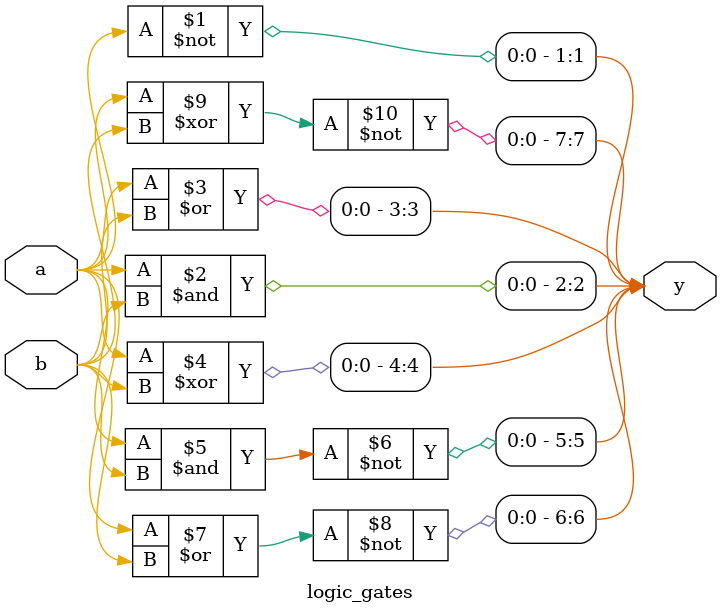
<source format=v>
`timescale 1ns / 1ps


module logic_gates(
    input a,b,
    output [1:7] y
    );
    assign y[1]=~a,
           y[2]=a&b,
           y[3]=a|b,
           y[4]=a^b,
           y[5]=~(a&b),
           y[6]=~(a|b),
           y[7]=~(a^b);
endmodule

</source>
